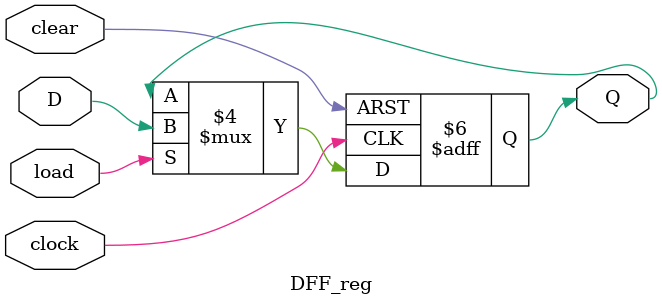
<source format=v>
module DFF_reg	#(parameter size = 1)(Q, load, clear, clock, D);
	output reg [size -1 :0]Q;
	input clock, load, clear;
	input [size -1 :0]D;
	
always @ (posedge clock, negedge clear)
	 if(~clear)
		Q <= 0;
	 else if(load)	
		Q <= D;
	 else
		Q <= Q;
		
endmodule
</source>
